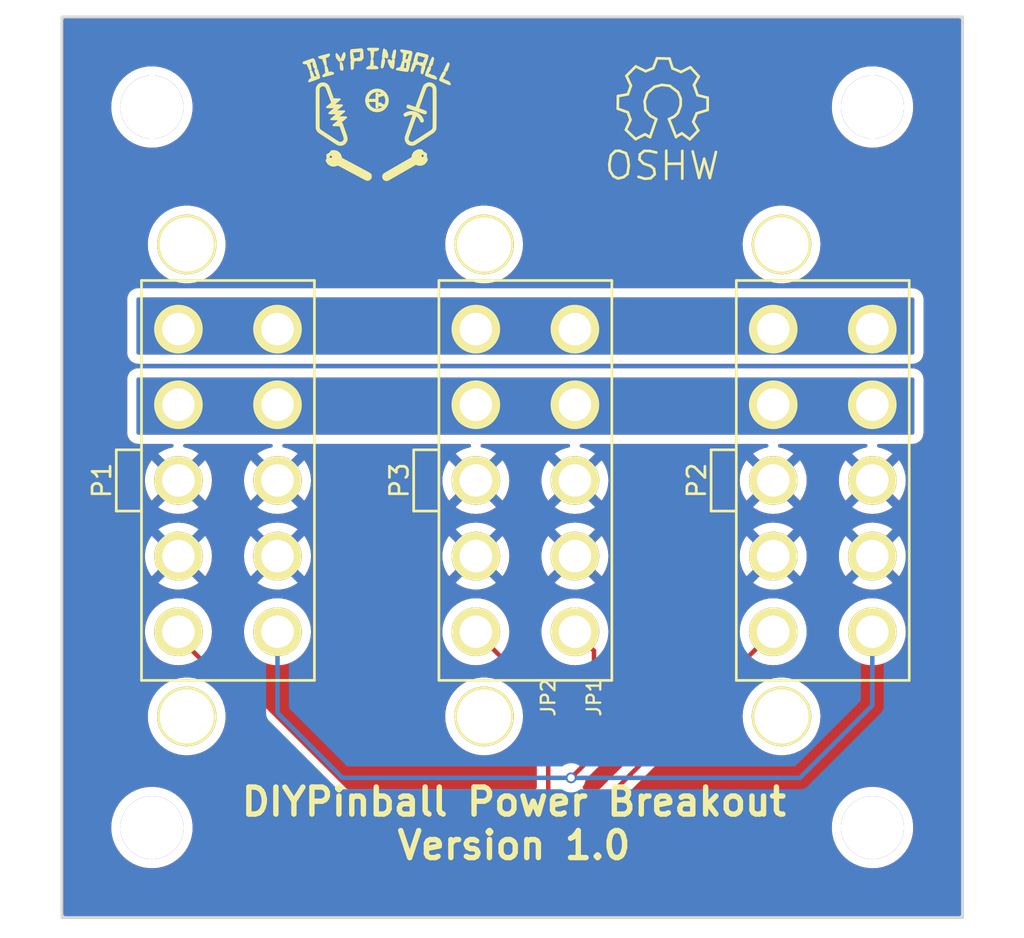
<source format=kicad_pcb>
(kicad_pcb (version 20221018) (generator pcbnew)
  (layers (0 "F.Cu" signal) (31 "B.Cu" signal) (34 "B.Paste" user) (35 "F.Paste" user) (36 "B.SilkS" user "B.Silkscreen") (37 "F.SilkS" user "F.Silkscreen") (38 "B.Mask" user) (39 "F.Mask" user) (44 "Edge.Cuts" user))
  (net 0 "")
  (net 1 "Net-(JP1-Pad1)")
  (net 2 "Net-(JP1-Pad2)")
  (net 3 "Net-(JP2-Pad1)")
  (net 4 "Net-(JP2-Pad2)")
  (net 5 "+12V")
  (net 6 "VPP")
  (net 7 "GND")
  (footprint "open-projects:S_JUMPER_2" (layer "F.Cu") (at 129.54 139.7 -90)
    (fp_text reference "JP1" (at -1.905 0 270) (layer "F.SilkS") (effects (font (size 0.762 0.762) (thickness 0.127))))
    (fp_text value "JUMPER" hide)
    (pad "1" smd rect (at -0.3556 0 270) (size 0.508 0.762) (layers "F.Cu" "F.Paste" "F.Mask") (net 1 "Net-(JP1-Pad1)") (clearance 0.2032))
    (pad "2" smd rect (at 0.3556 0 270) (size 0.508 0.762) (layers "F.Cu" "F.Paste" "F.Mask") (net 2 "Net-(JP1-Pad2)") (clearance 0.2032))
  )
  (footprint "open-projects:S_JUMPER_2" (layer "F.Cu") (at 127 139.7 -90)
    (fp_text reference "JP2" (at -1.905 0 270) (layer "F.SilkS") (effects (font (size 0.762 0.762) (thickness 0.127))))
    (fp_text value "JUMPER" hide)
    (pad "1" smd rect (at -0.3556 0 270) (size 0.508 0.762) (layers "F.Cu" "F.Paste" "F.Mask") (net 3 "Net-(JP2-Pad1)") (clearance 0.2032))
    (pad "2" smd rect (at 0.3556 0 270) (size 0.508 0.762) (layers "F.Cu" "F.Paste" "F.Mask") (net 4 "Net-(JP2-Pad2)") (clearance 0.2032))
  )
  (footprint "Pinball:PINBALL-CONNECTOR-V" (layer "F.Cu") (at 109.22 125.73 -90)
    (fp_text reference "P1" (at 0 7 270) (layer "F.SilkS"))
    (fp_text value "PINBALL-CONNECTOR" hide)
    (pad "" np_thru_hole circle (at -13.1 2.29 90) (size 3.3 3.3) (drill 3) (layers "*.Cu" "*.Mask" "F.SilkS"))
    (pad "" np_thru_hole circle (at 13.1 2.29 90) (size 3.3 3.3) (drill 3) (layers "*.Cu" "*.Mask" "F.SilkS"))
    (pad "1" thru_hole circle (at -8.4 -2.75 90) (size 2.7 2.7) (drill 1.8) (layers "*.Cu" "*.Mask" "F.SilkS") (net 6 "VPP"))
    (pad "2" thru_hole circle (at -4.2 -2.75 90) (size 2.7 2.7) (drill 1.8) (layers "*.Cu" "*.Mask" "F.SilkS") (net 5 "+12V"))
    (pad "3" thru_hole circle (at 0 -2.75 90) (size 2.7 2.7) (drill 1.8) (layers "*.Cu" "*.Mask" "F.SilkS") (net 7 "GND"))
    (pad "4" thru_hole circle (at 4.2 -2.75 90) (size 2.7 2.7) (drill 1.8) (layers "*.Cu" "*.Mask" "F.SilkS") (net 7 "GND"))
    (pad "5" thru_hole circle (at 8.4 -2.75 90) (size 2.7 2.7) (drill 1.8) (layers "*.Cu" "*.Mask" "F.SilkS") (net 2 "Net-(JP1-Pad2)"))
    (pad "6" thru_hole circle (at -8.4 2.75 90) (size 2.7 2.7) (drill 1.8) (layers "*.Cu" "*.Mask" "F.SilkS") (net 6 "VPP"))
    (pad "7" thru_hole circle (at -4.2 2.75 90) (size 2.7 2.7) (drill 1.8) (layers "*.Cu" "*.Mask" "F.SilkS") (net 5 "+12V"))
    (pad "8" thru_hole circle (at 0 2.75 90) (size 2.7 2.7) (drill 1.8) (layers "*.Cu" "*.Mask" "F.SilkS") (net 7 "GND"))
    (pad "9" thru_hole circle (at 4.2 2.75 90) (size 2.7 2.7) (drill 1.8) (layers "*.Cu" "*.Mask" "F.SilkS") (net 7 "GND"))
    (pad "10" thru_hole circle (at 8.4 2.75 90) (size 2.7 2.7) (drill 1.8) (layers "*.Cu" "*.Mask" "F.SilkS") (net 4 "Net-(JP2-Pad2)"))
  )
  (footprint "Pinball:PINBALL-CONNECTOR-V" (layer "F.Cu") (at 142.24 125.73 -90)
    (fp_text reference "P2" (at 0 7 270) (layer "F.SilkS"))
    (fp_text value "PINBALL-CONNECTOR" hide)
    (pad "" np_thru_hole circle (at -13.1 2.29 90) (size 3.3 3.3) (drill 3) (layers "*.Cu" "*.Mask" "F.SilkS"))
    (pad "" np_thru_hole circle (at 13.1 2.29 90) (size 3.3 3.3) (drill 3) (layers "*.Cu" "*.Mask" "F.SilkS"))
    (pad "1" thru_hole circle (at -8.4 -2.75 90) (size 2.7 2.7) (drill 1.8) (layers "*.Cu" "*.Mask" "F.SilkS") (net 6 "VPP"))
    (pad "2" thru_hole circle (at -4.2 -2.75 90) (size 2.7 2.7) (drill 1.8) (layers "*.Cu" "*.Mask" "F.SilkS") (net 5 "+12V"))
    (pad "3" thru_hole circle (at 0 -2.75 90) (size 2.7 2.7) (drill 1.8) (layers "*.Cu" "*.Mask" "F.SilkS") (net 7 "GND"))
    (pad "4" thru_hole circle (at 4.2 -2.75 90) (size 2.7 2.7) (drill 1.8) (layers "*.Cu" "*.Mask" "F.SilkS") (net 7 "GND"))
    (pad "5" thru_hole circle (at 8.4 -2.75 90) (size 2.7 2.7) (drill 1.8) (layers "*.Cu" "*.Mask" "F.SilkS") (net 2 "Net-(JP1-Pad2)"))
    (pad "6" thru_hole circle (at -8.4 2.75 90) (size 2.7 2.7) (drill 1.8) (layers "*.Cu" "*.Mask" "F.SilkS") (net 6 "VPP"))
    (pad "7" thru_hole circle (at -4.2 2.75 90) (size 2.7 2.7) (drill 1.8) (layers "*.Cu" "*.Mask" "F.SilkS") (net 5 "+12V"))
    (pad "8" thru_hole circle (at 0 2.75 90) (size 2.7 2.7) (drill 1.8) (layers "*.Cu" "*.Mask" "F.SilkS") (net 7 "GND"))
    (pad "9" thru_hole circle (at 4.2 2.75 90) (size 2.7 2.7) (drill 1.8) (layers "*.Cu" "*.Mask" "F.SilkS") (net 7 "GND"))
    (pad "10" thru_hole circle (at 8.4 2.75 90) (size 2.7 2.7) (drill 1.8) (layers "*.Cu" "*.Mask" "F.SilkS") (net 4 "Net-(JP2-Pad2)"))
  )
  (footprint "Pinball:PINBALL-CONNECTOR-V" (layer "F.Cu") (at 125.73 125.73 -90)
    (fp_text reference "P3" (at 0 7 270) (layer "F.SilkS"))
    (fp_text value "PINBALL-CONNECTOR" hide)
    (pad "" np_thru_hole circle (at -13.1 2.29 90) (size 3.3 3.3) (drill 3) (layers "*.Cu" "*.Mask" "F.SilkS"))
    (pad "" np_thru_hole circle (at 13.1 2.29 90) (size 3.3 3.3) (drill 3) (layers "*.Cu" "*.Mask" "F.SilkS"))
    (pad "1" thru_hole circle (at -8.4 -2.75 90) (size 2.7 2.7) (drill 1.8) (layers "*.Cu" "*.Mask" "F.SilkS") (net 6 "VPP"))
    (pad "2" thru_hole circle (at -4.2 -2.75 90) (size 2.7 2.7) (drill 1.8) (layers "*.Cu" "*.Mask" "F.SilkS") (net 5 "+12V"))
    (pad "3" thru_hole circle (at 0 -2.75 90) (size 2.7 2.7) (drill 1.8) (layers "*.Cu" "*.Mask" "F.SilkS") (net 7 "GND"))
    (pad "4" thru_hole circle (at 4.2 -2.75 90) (size 2.7 2.7) (drill 1.8) (layers "*.Cu" "*.Mask" "F.SilkS") (net 7 "GND"))
    (pad "5" thru_hole circle (at 8.4 -2.75 90) (size 2.7 2.7) (drill 1.8) (layers "*.Cu" "*.Mask" "F.SilkS") (net 1 "Net-(JP1-Pad1)"))
    (pad "6" thru_hole circle (at -8.4 2.75 90) (size 2.7 2.7) (drill 1.8) (layers "*.Cu" "*.Mask" "F.SilkS") (net 6 "VPP"))
    (pad "7" thru_hole circle (at -4.2 2.75 90) (size 2.7 2.7) (drill 1.8) (layers "*.Cu" "*.Mask" "F.SilkS") (net 5 "+12V"))
    (pad "8" thru_hole circle (at 0 2.75 90) (size 2.7 2.7) (drill 1.8) (layers "*.Cu" "*.Mask" "F.SilkS") (net 7 "GND"))
    (pad "9" thru_hole circle (at 4.2 2.75 90) (size 2.7 2.7) (drill 1.8) (layers "*.Cu" "*.Mask" "F.SilkS") (net 7 "GND"))
    (pad "10" thru_hole circle (at 8.4 2.75 90) (size 2.7 2.7) (drill 1.8) (layers "*.Cu" "*.Mask" "F.SilkS") (net 3 "Net-(JP2-Pad1)"))
  )
  (footprint "Pinball:diypinball-logo-small" (layer "F.Cu") (at 117.475 105.41)
    (fp_text reference "G***" hide)
    (fp_text value "DIYPINBALL-LOGO-SMALL" hide)
  )
  (footprint "Mounting_Holes:MountingHole_3-5mm" (layer "F.Cu") (at 145 105)
    (fp_text reference "REF**" hide)
    (fp_text value "MountingHole_3-5mm")
    (pad "" thru_hole circle (at 0 0) (size 3.5 3.5) (drill 3.5) (layers))
  )
  (footprint "Mounting_Holes:MountingHole_3-5mm" (layer "F.Cu") (at 105 105)
    (fp_text reference "REF**" hide)
    (fp_text value "MountingHole_3-5mm")
    (pad "" thru_hole circle (at 0 0) (size 3.5 3.5) (drill 3.5) (layers))
  )
  (footprint "Mounting_Holes:MountingHole_3-5mm" (layer "F.Cu") (at 105 145)
    (fp_text reference "REF**" hide)
    (fp_text value "MountingHole_3-5mm")
    (pad "" thru_hole circle (at 0 0) (size 3.5 3.5) (drill 3.5) (layers))
  )
  (footprint "Mounting_Holes:MountingHole_3-5mm" (layer "F.Cu") (at 145 145)
    (fp_text reference "REF**" hide)
    (fp_text value "MountingHole_3-5mm")
    (pad "" thru_hole circle (at 0 0) (size 3.5 3.5) (drill 3.5) (layers))
  )
  (footprint "Symbols:Symbol_OSHW-Logo_SilkScreen" (layer "F.Cu") (at 133.35 104.775)
    (fp_text reference "REF**" hide)
    (fp_text value "Symbol_OSHW-Logo_SilkScreen")
  )
  (gr_line (start 100 150) (end 100 100) (stroke (width 0.15)) (layer "Edge.Cuts"))
  (gr_line (start 100 100) (end 150 100) (stroke (width 0.15)) (layer "Edge.Cuts"))
  (gr_line (start 150 150) (end 150 100) (stroke (width 0.15)) (layer "Edge.Cuts"))
  (gr_line (start 100 150) (end 150 150) (stroke (width 0.15)) (layer "Edge.Cuts"))
  (gr_text "DIYPinball Power Breakout\nVersion 1.0" (at 125.095 144.78) (layer "F.SilkS") (effects (font (size 1.5 1.5) (thickness 0.3))))
  (segment (start 129.54 135.19) (end 128.48 134.13) (width 0.25) (layer "F.Cu") (net 1))
  (segment (start 129.54 139.3444) (end 129.54 135.19) (width 0.25) (layer "F.Cu") (net 1))
  (segment (start 129.54 140.97) (end 128.27 142.24) (width 0.25) (layer "F.Cu") (net 2))
  (segment (start 129.54 140.0556) (end 129.54 140.97) (width 0.25) (layer "F.Cu") (net 2))
  (via (at 128.27 142.24) (size 0.6) (drill 0.4) (layers "F.Cu" "B.Cu") (net 2))
  (segment (start 111.97 138.64) (end 115.57 142.24) (width 0.25) (layer "B.Cu") (net 2))
  (segment (start 115.57 142.24) (end 128.27 142.24) (width 0.25) (layer "B.Cu") (net 2))
  (segment (start 140.97 142.24) (end 144.99 138.22) (width 0.25) (layer "B.Cu") (net 2))
  (segment (start 144.99 138.22) (end 144.99 134.13) (width 0.25) (layer "B.Cu") (net 2))
  (segment (start 128.27 142.24) (end 140.97 142.24) (width 0.25) (layer "B.Cu") (net 2))
  (segment (start 111.97 134.13) (end 111.97 138.64) (width 0.25) (layer "B.Cu") (net 2))
  (segment (start 127 138.15) (end 122.98 134.13) (width 0.25) (layer "F.Cu") (net 3))
  (segment (start 127 139.3444) (end 127 138.15) (width 0.25) (layer "F.Cu") (net 3))
  (segment (start 106.47 134.41) (end 115.57 143.51) (width 0.25) (layer "F.Cu") (net 4))
  (segment (start 115.57 143.51) (end 127 143.51) (width 0.25) (layer "F.Cu") (net 4))
  (segment (start 130.11 143.51) (end 139.49 134.13) (width 0.25) (layer "F.Cu") (net 4))
  (segment (start 127 143.51) (end 130.11 143.51) (width 0.25) (layer "F.Cu") (net 4))
  (segment (start 127 140.0556) (end 127 143.51) (width 0.25) (layer "F.Cu") (net 4))
  (segment (start 106.47 134.13) (end 106.47 134.41) (width 0.25) (layer "F.Cu") (net 4))
  (zone (net 7) (net_name "GND") (layer "F.Cu") (connect_pads (clearance 0.508)) (min_thickness 0.2038) (fill yes (thermal_gap 0.508) (thermal_bridge_width 0.508))
    (polygon (pts (xy 149.86 149.86) (xy 99.06 149.86) (xy 99.06 99.06) (xy 149.86 99.06)))
  )
  (zone (net 5) (net_name "+12V") (layer "F.Cu") (priority 1) (connect_pads yes (clearance 0.508)) (min_thickness 0.2038) (fill yes (thermal_gap 0.508) (thermal_bridge_width 0.508))
    (polygon (pts (xy 147.32 120.015) (xy 104.14 120.015) (xy 104.14 123.19) (xy 147.32 123.19)))
  )
  (zone (net 6) (net_name "VPP") (layer "F.Cu") (priority 1) (connect_pads yes (clearance 0.508)) (min_thickness 0.2038) (fill yes (thermal_gap 0.508) (thermal_bridge_width 0.508))
    (polygon (pts (xy 147.32 118.745) (xy 104.14 118.745) (xy 104.14 115.57) (xy 147.32 115.57)))
  )
  (zone (net 7) (net_name "GND") (layer "B.Cu") (connect_pads (clearance 0.508)) (min_thickness 0.2038) (fill yes (thermal_gap 0.508) (thermal_bridge_width 0.508))
    (polygon (pts (xy 151.13 99.06) (xy 99.06 99.06) (xy 99.06 151.13) (xy 151.13 151.13)))
  )
  (zone (net 5) (net_name "+12V") (layer "B.Cu") (priority 1) (connect_pads yes (clearance 0.508)) (min_thickness 0.2038) (fill yes (thermal_gap 0.508) (thermal_bridge_width 0.508))
    (polygon (pts (xy 147.32 123.19) (xy 104.14 123.19) (xy 104.14 120.015) (xy 147.32 120.015)))
  )
  (zone (net 6) (net_name "VPP") (layer "B.Cu") (priority 1) (connect_pads yes (clearance 0.508)) (min_thickness 0.2038) (fill yes (thermal_gap 0.508) (thermal_bridge_width 0.508))
    (polygon (pts (xy 147.32 118.745) (xy 147.32 115.57) (xy 104.14 115.57) (xy 104.14 118.745)))
  )
)
</source>
